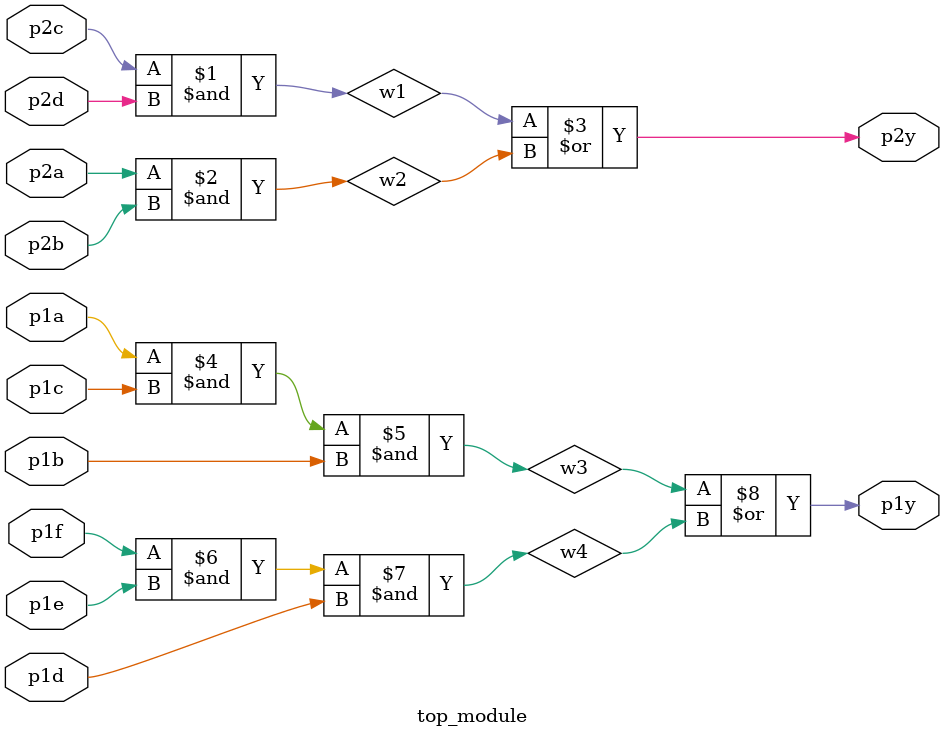
<source format=v>
module top_module ( 
    input p1a, p1b, p1c, p1d, p1e, p1f,
    output p1y,
    input p2a, p2b, p2c, p2d,
    output p2y );
    wire w1;
    wire w2;
    wire w3;
    wire w4;
   
    assign w1 = p2c & p2d;
    assign w2 = p2a & p2b;
    assign p2y = w1 | w2;
    assign w3 = p1a & p1c & p1b;
    assign w4 = p1f & p1e & p1d; 
    assign p1y = w3 | w4;
    
endmodule

</source>
